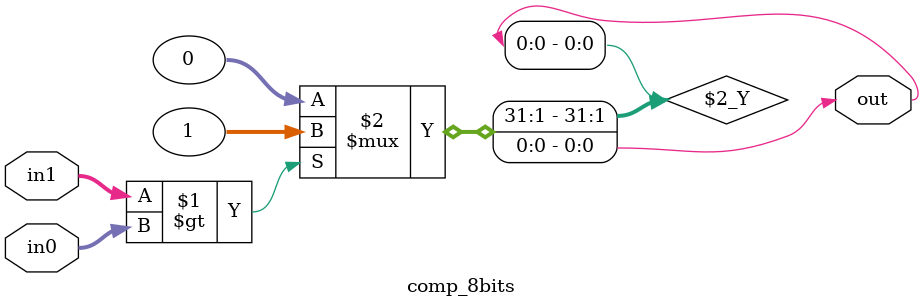
<source format=v>
/*
    Comparitor
    by Alex Wang
*/

module comp_8bits(in0,in1,out);
    input [7:0]in0;
    input [7:0]in1;
    output out;

    assign out = in1 > in0? 1 : 0; 

endmodule
</source>
